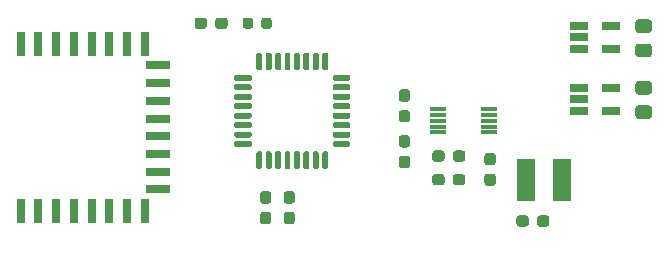
<source format=gbr>
%TF.GenerationSoftware,KiCad,Pcbnew,(5.1.6)-1*%
%TF.CreationDate,2021-07-28T23:36:17+08:00*%
%TF.ProjectId,wireless_measurement_ard,77697265-6c65-4737-935f-6d6561737572,rev?*%
%TF.SameCoordinates,Original*%
%TF.FileFunction,Paste,Top*%
%TF.FilePolarity,Positive*%
%FSLAX46Y46*%
G04 Gerber Fmt 4.6, Leading zero omitted, Abs format (unit mm)*
G04 Created by KiCad (PCBNEW (5.1.6)-1) date 2021-07-28 23:36:17*
%MOMM*%
%LPD*%
G01*
G04 APERTURE LIST*
%ADD10R,1.400000X0.300000*%
%ADD11R,1.500000X3.600000*%
%ADD12R,1.560000X0.650000*%
%ADD13R,2.000000X0.800000*%
%ADD14R,0.800000X2.000000*%
G04 APERTURE END LIST*
D10*
%TO.C,U3*%
X158950000Y-84000000D03*
X158950000Y-84500000D03*
X158950000Y-85000000D03*
X158950000Y-85500000D03*
X158950000Y-86000000D03*
X154550000Y-86000000D03*
X154550000Y-85500000D03*
X154550000Y-85000000D03*
X154550000Y-84500000D03*
X154550000Y-84000000D03*
%TD*%
%TO.C,U6*%
G36*
G01*
X138700000Y-87225000D02*
X137450000Y-87225000D01*
G75*
G02*
X137325000Y-87100000I0J125000D01*
G01*
X137325000Y-86850000D01*
G75*
G02*
X137450000Y-86725000I125000J0D01*
G01*
X138700000Y-86725000D01*
G75*
G02*
X138825000Y-86850000I0J-125000D01*
G01*
X138825000Y-87100000D01*
G75*
G02*
X138700000Y-87225000I-125000J0D01*
G01*
G37*
G36*
G01*
X138700000Y-86425000D02*
X137450000Y-86425000D01*
G75*
G02*
X137325000Y-86300000I0J125000D01*
G01*
X137325000Y-86050000D01*
G75*
G02*
X137450000Y-85925000I125000J0D01*
G01*
X138700000Y-85925000D01*
G75*
G02*
X138825000Y-86050000I0J-125000D01*
G01*
X138825000Y-86300000D01*
G75*
G02*
X138700000Y-86425000I-125000J0D01*
G01*
G37*
G36*
G01*
X138700000Y-85625000D02*
X137450000Y-85625000D01*
G75*
G02*
X137325000Y-85500000I0J125000D01*
G01*
X137325000Y-85250000D01*
G75*
G02*
X137450000Y-85125000I125000J0D01*
G01*
X138700000Y-85125000D01*
G75*
G02*
X138825000Y-85250000I0J-125000D01*
G01*
X138825000Y-85500000D01*
G75*
G02*
X138700000Y-85625000I-125000J0D01*
G01*
G37*
G36*
G01*
X138700000Y-84825000D02*
X137450000Y-84825000D01*
G75*
G02*
X137325000Y-84700000I0J125000D01*
G01*
X137325000Y-84450000D01*
G75*
G02*
X137450000Y-84325000I125000J0D01*
G01*
X138700000Y-84325000D01*
G75*
G02*
X138825000Y-84450000I0J-125000D01*
G01*
X138825000Y-84700000D01*
G75*
G02*
X138700000Y-84825000I-125000J0D01*
G01*
G37*
G36*
G01*
X138700000Y-84025000D02*
X137450000Y-84025000D01*
G75*
G02*
X137325000Y-83900000I0J125000D01*
G01*
X137325000Y-83650000D01*
G75*
G02*
X137450000Y-83525000I125000J0D01*
G01*
X138700000Y-83525000D01*
G75*
G02*
X138825000Y-83650000I0J-125000D01*
G01*
X138825000Y-83900000D01*
G75*
G02*
X138700000Y-84025000I-125000J0D01*
G01*
G37*
G36*
G01*
X138700000Y-83225000D02*
X137450000Y-83225000D01*
G75*
G02*
X137325000Y-83100000I0J125000D01*
G01*
X137325000Y-82850000D01*
G75*
G02*
X137450000Y-82725000I125000J0D01*
G01*
X138700000Y-82725000D01*
G75*
G02*
X138825000Y-82850000I0J-125000D01*
G01*
X138825000Y-83100000D01*
G75*
G02*
X138700000Y-83225000I-125000J0D01*
G01*
G37*
G36*
G01*
X138700000Y-82425000D02*
X137450000Y-82425000D01*
G75*
G02*
X137325000Y-82300000I0J125000D01*
G01*
X137325000Y-82050000D01*
G75*
G02*
X137450000Y-81925000I125000J0D01*
G01*
X138700000Y-81925000D01*
G75*
G02*
X138825000Y-82050000I0J-125000D01*
G01*
X138825000Y-82300000D01*
G75*
G02*
X138700000Y-82425000I-125000J0D01*
G01*
G37*
G36*
G01*
X138700000Y-81625000D02*
X137450000Y-81625000D01*
G75*
G02*
X137325000Y-81500000I0J125000D01*
G01*
X137325000Y-81250000D01*
G75*
G02*
X137450000Y-81125000I125000J0D01*
G01*
X138700000Y-81125000D01*
G75*
G02*
X138825000Y-81250000I0J-125000D01*
G01*
X138825000Y-81500000D01*
G75*
G02*
X138700000Y-81625000I-125000J0D01*
G01*
G37*
G36*
G01*
X139575000Y-80750000D02*
X139325000Y-80750000D01*
G75*
G02*
X139200000Y-80625000I0J125000D01*
G01*
X139200000Y-79375000D01*
G75*
G02*
X139325000Y-79250000I125000J0D01*
G01*
X139575000Y-79250000D01*
G75*
G02*
X139700000Y-79375000I0J-125000D01*
G01*
X139700000Y-80625000D01*
G75*
G02*
X139575000Y-80750000I-125000J0D01*
G01*
G37*
G36*
G01*
X140375000Y-80750000D02*
X140125000Y-80750000D01*
G75*
G02*
X140000000Y-80625000I0J125000D01*
G01*
X140000000Y-79375000D01*
G75*
G02*
X140125000Y-79250000I125000J0D01*
G01*
X140375000Y-79250000D01*
G75*
G02*
X140500000Y-79375000I0J-125000D01*
G01*
X140500000Y-80625000D01*
G75*
G02*
X140375000Y-80750000I-125000J0D01*
G01*
G37*
G36*
G01*
X141175000Y-80750000D02*
X140925000Y-80750000D01*
G75*
G02*
X140800000Y-80625000I0J125000D01*
G01*
X140800000Y-79375000D01*
G75*
G02*
X140925000Y-79250000I125000J0D01*
G01*
X141175000Y-79250000D01*
G75*
G02*
X141300000Y-79375000I0J-125000D01*
G01*
X141300000Y-80625000D01*
G75*
G02*
X141175000Y-80750000I-125000J0D01*
G01*
G37*
G36*
G01*
X141975000Y-80750000D02*
X141725000Y-80750000D01*
G75*
G02*
X141600000Y-80625000I0J125000D01*
G01*
X141600000Y-79375000D01*
G75*
G02*
X141725000Y-79250000I125000J0D01*
G01*
X141975000Y-79250000D01*
G75*
G02*
X142100000Y-79375000I0J-125000D01*
G01*
X142100000Y-80625000D01*
G75*
G02*
X141975000Y-80750000I-125000J0D01*
G01*
G37*
G36*
G01*
X142775000Y-80750000D02*
X142525000Y-80750000D01*
G75*
G02*
X142400000Y-80625000I0J125000D01*
G01*
X142400000Y-79375000D01*
G75*
G02*
X142525000Y-79250000I125000J0D01*
G01*
X142775000Y-79250000D01*
G75*
G02*
X142900000Y-79375000I0J-125000D01*
G01*
X142900000Y-80625000D01*
G75*
G02*
X142775000Y-80750000I-125000J0D01*
G01*
G37*
G36*
G01*
X143575000Y-80750000D02*
X143325000Y-80750000D01*
G75*
G02*
X143200000Y-80625000I0J125000D01*
G01*
X143200000Y-79375000D01*
G75*
G02*
X143325000Y-79250000I125000J0D01*
G01*
X143575000Y-79250000D01*
G75*
G02*
X143700000Y-79375000I0J-125000D01*
G01*
X143700000Y-80625000D01*
G75*
G02*
X143575000Y-80750000I-125000J0D01*
G01*
G37*
G36*
G01*
X144375000Y-80750000D02*
X144125000Y-80750000D01*
G75*
G02*
X144000000Y-80625000I0J125000D01*
G01*
X144000000Y-79375000D01*
G75*
G02*
X144125000Y-79250000I125000J0D01*
G01*
X144375000Y-79250000D01*
G75*
G02*
X144500000Y-79375000I0J-125000D01*
G01*
X144500000Y-80625000D01*
G75*
G02*
X144375000Y-80750000I-125000J0D01*
G01*
G37*
G36*
G01*
X145175000Y-80750000D02*
X144925000Y-80750000D01*
G75*
G02*
X144800000Y-80625000I0J125000D01*
G01*
X144800000Y-79375000D01*
G75*
G02*
X144925000Y-79250000I125000J0D01*
G01*
X145175000Y-79250000D01*
G75*
G02*
X145300000Y-79375000I0J-125000D01*
G01*
X145300000Y-80625000D01*
G75*
G02*
X145175000Y-80750000I-125000J0D01*
G01*
G37*
G36*
G01*
X147050000Y-81625000D02*
X145800000Y-81625000D01*
G75*
G02*
X145675000Y-81500000I0J125000D01*
G01*
X145675000Y-81250000D01*
G75*
G02*
X145800000Y-81125000I125000J0D01*
G01*
X147050000Y-81125000D01*
G75*
G02*
X147175000Y-81250000I0J-125000D01*
G01*
X147175000Y-81500000D01*
G75*
G02*
X147050000Y-81625000I-125000J0D01*
G01*
G37*
G36*
G01*
X147050000Y-82425000D02*
X145800000Y-82425000D01*
G75*
G02*
X145675000Y-82300000I0J125000D01*
G01*
X145675000Y-82050000D01*
G75*
G02*
X145800000Y-81925000I125000J0D01*
G01*
X147050000Y-81925000D01*
G75*
G02*
X147175000Y-82050000I0J-125000D01*
G01*
X147175000Y-82300000D01*
G75*
G02*
X147050000Y-82425000I-125000J0D01*
G01*
G37*
G36*
G01*
X147050000Y-83225000D02*
X145800000Y-83225000D01*
G75*
G02*
X145675000Y-83100000I0J125000D01*
G01*
X145675000Y-82850000D01*
G75*
G02*
X145800000Y-82725000I125000J0D01*
G01*
X147050000Y-82725000D01*
G75*
G02*
X147175000Y-82850000I0J-125000D01*
G01*
X147175000Y-83100000D01*
G75*
G02*
X147050000Y-83225000I-125000J0D01*
G01*
G37*
G36*
G01*
X147050000Y-84025000D02*
X145800000Y-84025000D01*
G75*
G02*
X145675000Y-83900000I0J125000D01*
G01*
X145675000Y-83650000D01*
G75*
G02*
X145800000Y-83525000I125000J0D01*
G01*
X147050000Y-83525000D01*
G75*
G02*
X147175000Y-83650000I0J-125000D01*
G01*
X147175000Y-83900000D01*
G75*
G02*
X147050000Y-84025000I-125000J0D01*
G01*
G37*
G36*
G01*
X147050000Y-84825000D02*
X145800000Y-84825000D01*
G75*
G02*
X145675000Y-84700000I0J125000D01*
G01*
X145675000Y-84450000D01*
G75*
G02*
X145800000Y-84325000I125000J0D01*
G01*
X147050000Y-84325000D01*
G75*
G02*
X147175000Y-84450000I0J-125000D01*
G01*
X147175000Y-84700000D01*
G75*
G02*
X147050000Y-84825000I-125000J0D01*
G01*
G37*
G36*
G01*
X147050000Y-85625000D02*
X145800000Y-85625000D01*
G75*
G02*
X145675000Y-85500000I0J125000D01*
G01*
X145675000Y-85250000D01*
G75*
G02*
X145800000Y-85125000I125000J0D01*
G01*
X147050000Y-85125000D01*
G75*
G02*
X147175000Y-85250000I0J-125000D01*
G01*
X147175000Y-85500000D01*
G75*
G02*
X147050000Y-85625000I-125000J0D01*
G01*
G37*
G36*
G01*
X147050000Y-86425000D02*
X145800000Y-86425000D01*
G75*
G02*
X145675000Y-86300000I0J125000D01*
G01*
X145675000Y-86050000D01*
G75*
G02*
X145800000Y-85925000I125000J0D01*
G01*
X147050000Y-85925000D01*
G75*
G02*
X147175000Y-86050000I0J-125000D01*
G01*
X147175000Y-86300000D01*
G75*
G02*
X147050000Y-86425000I-125000J0D01*
G01*
G37*
G36*
G01*
X147050000Y-87225000D02*
X145800000Y-87225000D01*
G75*
G02*
X145675000Y-87100000I0J125000D01*
G01*
X145675000Y-86850000D01*
G75*
G02*
X145800000Y-86725000I125000J0D01*
G01*
X147050000Y-86725000D01*
G75*
G02*
X147175000Y-86850000I0J-125000D01*
G01*
X147175000Y-87100000D01*
G75*
G02*
X147050000Y-87225000I-125000J0D01*
G01*
G37*
G36*
G01*
X145175000Y-89100000D02*
X144925000Y-89100000D01*
G75*
G02*
X144800000Y-88975000I0J125000D01*
G01*
X144800000Y-87725000D01*
G75*
G02*
X144925000Y-87600000I125000J0D01*
G01*
X145175000Y-87600000D01*
G75*
G02*
X145300000Y-87725000I0J-125000D01*
G01*
X145300000Y-88975000D01*
G75*
G02*
X145175000Y-89100000I-125000J0D01*
G01*
G37*
G36*
G01*
X144375000Y-89100000D02*
X144125000Y-89100000D01*
G75*
G02*
X144000000Y-88975000I0J125000D01*
G01*
X144000000Y-87725000D01*
G75*
G02*
X144125000Y-87600000I125000J0D01*
G01*
X144375000Y-87600000D01*
G75*
G02*
X144500000Y-87725000I0J-125000D01*
G01*
X144500000Y-88975000D01*
G75*
G02*
X144375000Y-89100000I-125000J0D01*
G01*
G37*
G36*
G01*
X143575000Y-89100000D02*
X143325000Y-89100000D01*
G75*
G02*
X143200000Y-88975000I0J125000D01*
G01*
X143200000Y-87725000D01*
G75*
G02*
X143325000Y-87600000I125000J0D01*
G01*
X143575000Y-87600000D01*
G75*
G02*
X143700000Y-87725000I0J-125000D01*
G01*
X143700000Y-88975000D01*
G75*
G02*
X143575000Y-89100000I-125000J0D01*
G01*
G37*
G36*
G01*
X142775000Y-89100000D02*
X142525000Y-89100000D01*
G75*
G02*
X142400000Y-88975000I0J125000D01*
G01*
X142400000Y-87725000D01*
G75*
G02*
X142525000Y-87600000I125000J0D01*
G01*
X142775000Y-87600000D01*
G75*
G02*
X142900000Y-87725000I0J-125000D01*
G01*
X142900000Y-88975000D01*
G75*
G02*
X142775000Y-89100000I-125000J0D01*
G01*
G37*
G36*
G01*
X141975000Y-89100000D02*
X141725000Y-89100000D01*
G75*
G02*
X141600000Y-88975000I0J125000D01*
G01*
X141600000Y-87725000D01*
G75*
G02*
X141725000Y-87600000I125000J0D01*
G01*
X141975000Y-87600000D01*
G75*
G02*
X142100000Y-87725000I0J-125000D01*
G01*
X142100000Y-88975000D01*
G75*
G02*
X141975000Y-89100000I-125000J0D01*
G01*
G37*
G36*
G01*
X141175000Y-89100000D02*
X140925000Y-89100000D01*
G75*
G02*
X140800000Y-88975000I0J125000D01*
G01*
X140800000Y-87725000D01*
G75*
G02*
X140925000Y-87600000I125000J0D01*
G01*
X141175000Y-87600000D01*
G75*
G02*
X141300000Y-87725000I0J-125000D01*
G01*
X141300000Y-88975000D01*
G75*
G02*
X141175000Y-89100000I-125000J0D01*
G01*
G37*
G36*
G01*
X140375000Y-89100000D02*
X140125000Y-89100000D01*
G75*
G02*
X140000000Y-88975000I0J125000D01*
G01*
X140000000Y-87725000D01*
G75*
G02*
X140125000Y-87600000I125000J0D01*
G01*
X140375000Y-87600000D01*
G75*
G02*
X140500000Y-87725000I0J-125000D01*
G01*
X140500000Y-88975000D01*
G75*
G02*
X140375000Y-89100000I-125000J0D01*
G01*
G37*
G36*
G01*
X139575000Y-89100000D02*
X139325000Y-89100000D01*
G75*
G02*
X139200000Y-88975000I0J125000D01*
G01*
X139200000Y-87725000D01*
G75*
G02*
X139325000Y-87600000I125000J0D01*
G01*
X139575000Y-87600000D01*
G75*
G02*
X139700000Y-87725000I0J-125000D01*
G01*
X139700000Y-88975000D01*
G75*
G02*
X139575000Y-89100000I-125000J0D01*
G01*
G37*
%TD*%
%TO.C,C6*%
G36*
G01*
X141762500Y-92725000D02*
X142237500Y-92725000D01*
G75*
G02*
X142475000Y-92962500I0J-237500D01*
G01*
X142475000Y-93537500D01*
G75*
G02*
X142237500Y-93775000I-237500J0D01*
G01*
X141762500Y-93775000D01*
G75*
G02*
X141525000Y-93537500I0J237500D01*
G01*
X141525000Y-92962500D01*
G75*
G02*
X141762500Y-92725000I237500J0D01*
G01*
G37*
G36*
G01*
X141762500Y-90975000D02*
X142237500Y-90975000D01*
G75*
G02*
X142475000Y-91212500I0J-237500D01*
G01*
X142475000Y-91787500D01*
G75*
G02*
X142237500Y-92025000I-237500J0D01*
G01*
X141762500Y-92025000D01*
G75*
G02*
X141525000Y-91787500I0J237500D01*
G01*
X141525000Y-91212500D01*
G75*
G02*
X141762500Y-90975000I237500J0D01*
G01*
G37*
%TD*%
%TO.C,C5*%
G36*
G01*
X139762500Y-92725000D02*
X140237500Y-92725000D01*
G75*
G02*
X140475000Y-92962500I0J-237500D01*
G01*
X140475000Y-93537500D01*
G75*
G02*
X140237500Y-93775000I-237500J0D01*
G01*
X139762500Y-93775000D01*
G75*
G02*
X139525000Y-93537500I0J237500D01*
G01*
X139525000Y-92962500D01*
G75*
G02*
X139762500Y-92725000I237500J0D01*
G01*
G37*
G36*
G01*
X139762500Y-90975000D02*
X140237500Y-90975000D01*
G75*
G02*
X140475000Y-91212500I0J-237500D01*
G01*
X140475000Y-91787500D01*
G75*
G02*
X140237500Y-92025000I-237500J0D01*
G01*
X139762500Y-92025000D01*
G75*
G02*
X139525000Y-91787500I0J237500D01*
G01*
X139525000Y-91212500D01*
G75*
G02*
X139762500Y-90975000I237500J0D01*
G01*
G37*
%TD*%
%TO.C,R5*%
G36*
G01*
X151512500Y-84100000D02*
X151987500Y-84100000D01*
G75*
G02*
X152225000Y-84337500I0J-237500D01*
G01*
X152225000Y-84912500D01*
G75*
G02*
X151987500Y-85150000I-237500J0D01*
G01*
X151512500Y-85150000D01*
G75*
G02*
X151275000Y-84912500I0J237500D01*
G01*
X151275000Y-84337500D01*
G75*
G02*
X151512500Y-84100000I237500J0D01*
G01*
G37*
G36*
G01*
X151512500Y-82350000D02*
X151987500Y-82350000D01*
G75*
G02*
X152225000Y-82587500I0J-237500D01*
G01*
X152225000Y-83162500D01*
G75*
G02*
X151987500Y-83400000I-237500J0D01*
G01*
X151512500Y-83400000D01*
G75*
G02*
X151275000Y-83162500I0J237500D01*
G01*
X151275000Y-82587500D01*
G75*
G02*
X151512500Y-82350000I237500J0D01*
G01*
G37*
%TD*%
%TO.C,R4*%
G36*
G01*
X151512500Y-87975000D02*
X151987500Y-87975000D01*
G75*
G02*
X152225000Y-88212500I0J-237500D01*
G01*
X152225000Y-88787500D01*
G75*
G02*
X151987500Y-89025000I-237500J0D01*
G01*
X151512500Y-89025000D01*
G75*
G02*
X151275000Y-88787500I0J237500D01*
G01*
X151275000Y-88212500D01*
G75*
G02*
X151512500Y-87975000I237500J0D01*
G01*
G37*
G36*
G01*
X151512500Y-86225000D02*
X151987500Y-86225000D01*
G75*
G02*
X152225000Y-86462500I0J-237500D01*
G01*
X152225000Y-87037500D01*
G75*
G02*
X151987500Y-87275000I-237500J0D01*
G01*
X151512500Y-87275000D01*
G75*
G02*
X151275000Y-87037500I0J237500D01*
G01*
X151275000Y-86462500D01*
G75*
G02*
X151512500Y-86225000I237500J0D01*
G01*
G37*
%TD*%
D11*
%TO.C,L1*%
X165050000Y-90000000D03*
X162000000Y-90000000D03*
%TD*%
%TO.C,C3*%
G36*
G01*
X162975000Y-93737500D02*
X162975000Y-93262500D01*
G75*
G02*
X163212500Y-93025000I237500J0D01*
G01*
X163787500Y-93025000D01*
G75*
G02*
X164025000Y-93262500I0J-237500D01*
G01*
X164025000Y-93737500D01*
G75*
G02*
X163787500Y-93975000I-237500J0D01*
G01*
X163212500Y-93975000D01*
G75*
G02*
X162975000Y-93737500I0J237500D01*
G01*
G37*
G36*
G01*
X161225000Y-93737500D02*
X161225000Y-93262500D01*
G75*
G02*
X161462500Y-93025000I237500J0D01*
G01*
X162037500Y-93025000D01*
G75*
G02*
X162275000Y-93262500I0J-237500D01*
G01*
X162275000Y-93737500D01*
G75*
G02*
X162037500Y-93975000I-237500J0D01*
G01*
X161462500Y-93975000D01*
G75*
G02*
X161225000Y-93737500I0J237500D01*
G01*
G37*
%TD*%
%TO.C,C2*%
G36*
G01*
X155850000Y-90237500D02*
X155850000Y-89762500D01*
G75*
G02*
X156087500Y-89525000I237500J0D01*
G01*
X156662500Y-89525000D01*
G75*
G02*
X156900000Y-89762500I0J-237500D01*
G01*
X156900000Y-90237500D01*
G75*
G02*
X156662500Y-90475000I-237500J0D01*
G01*
X156087500Y-90475000D01*
G75*
G02*
X155850000Y-90237500I0J237500D01*
G01*
G37*
G36*
G01*
X154100000Y-90237500D02*
X154100000Y-89762500D01*
G75*
G02*
X154337500Y-89525000I237500J0D01*
G01*
X154912500Y-89525000D01*
G75*
G02*
X155150000Y-89762500I0J-237500D01*
G01*
X155150000Y-90237500D01*
G75*
G02*
X154912500Y-90475000I-237500J0D01*
G01*
X154337500Y-90475000D01*
G75*
G02*
X154100000Y-90237500I0J237500D01*
G01*
G37*
%TD*%
%TO.C,C4*%
G36*
G01*
X159237500Y-88775000D02*
X158762500Y-88775000D01*
G75*
G02*
X158525000Y-88537500I0J237500D01*
G01*
X158525000Y-87962500D01*
G75*
G02*
X158762500Y-87725000I237500J0D01*
G01*
X159237500Y-87725000D01*
G75*
G02*
X159475000Y-87962500I0J-237500D01*
G01*
X159475000Y-88537500D01*
G75*
G02*
X159237500Y-88775000I-237500J0D01*
G01*
G37*
G36*
G01*
X159237500Y-90525000D02*
X158762500Y-90525000D01*
G75*
G02*
X158525000Y-90287500I0J237500D01*
G01*
X158525000Y-89712500D01*
G75*
G02*
X158762500Y-89475000I237500J0D01*
G01*
X159237500Y-89475000D01*
G75*
G02*
X159475000Y-89712500I0J-237500D01*
G01*
X159475000Y-90287500D01*
G75*
G02*
X159237500Y-90525000I-237500J0D01*
G01*
G37*
%TD*%
%TO.C,C1*%
G36*
G01*
X155850000Y-88237500D02*
X155850000Y-87762500D01*
G75*
G02*
X156087500Y-87525000I237500J0D01*
G01*
X156662500Y-87525000D01*
G75*
G02*
X156900000Y-87762500I0J-237500D01*
G01*
X156900000Y-88237500D01*
G75*
G02*
X156662500Y-88475000I-237500J0D01*
G01*
X156087500Y-88475000D01*
G75*
G02*
X155850000Y-88237500I0J237500D01*
G01*
G37*
G36*
G01*
X154100000Y-88237500D02*
X154100000Y-87762500D01*
G75*
G02*
X154337500Y-87525000I237500J0D01*
G01*
X154912500Y-87525000D01*
G75*
G02*
X155150000Y-87762500I0J-237500D01*
G01*
X155150000Y-88237500D01*
G75*
G02*
X154912500Y-88475000I-237500J0D01*
G01*
X154337500Y-88475000D01*
G75*
G02*
X154100000Y-88237500I0J237500D01*
G01*
G37*
%TD*%
D12*
%TO.C,U5*%
X169250000Y-82250000D03*
X169250000Y-84150000D03*
X166550000Y-84150000D03*
X166550000Y-83200000D03*
X166550000Y-82250000D03*
%TD*%
%TO.C,U4*%
X169250000Y-77000000D03*
X169250000Y-78900000D03*
X166550000Y-78900000D03*
X166550000Y-77950000D03*
X166550000Y-77000000D03*
%TD*%
D13*
%TO.C,U2*%
X130862800Y-80322600D03*
X130862800Y-81822600D03*
X130862800Y-83322600D03*
X130862800Y-84822600D03*
X130862800Y-86322600D03*
X130862800Y-87822600D03*
X130862800Y-89322600D03*
D14*
X129762800Y-92642600D03*
X129762800Y-78502600D03*
X128262800Y-78502600D03*
X128262800Y-92642600D03*
X126762800Y-92642600D03*
X126762800Y-78502600D03*
X125262800Y-78502600D03*
X125262800Y-92642600D03*
X123762800Y-92642600D03*
X123762800Y-78502600D03*
X122262800Y-78502600D03*
X122262800Y-92642600D03*
X120762800Y-92642600D03*
X120762800Y-78502600D03*
X119262800Y-78502600D03*
D13*
X130862800Y-90822600D03*
D14*
X119262800Y-92642600D03*
%TD*%
%TO.C,R2*%
G36*
G01*
X171549999Y-78475000D02*
X172450001Y-78475000D01*
G75*
G02*
X172700000Y-78724999I0J-249999D01*
G01*
X172700000Y-79375001D01*
G75*
G02*
X172450001Y-79625000I-249999J0D01*
G01*
X171549999Y-79625000D01*
G75*
G02*
X171300000Y-79375001I0J249999D01*
G01*
X171300000Y-78724999D01*
G75*
G02*
X171549999Y-78475000I249999J0D01*
G01*
G37*
G36*
G01*
X171549999Y-76425000D02*
X172450001Y-76425000D01*
G75*
G02*
X172700000Y-76674999I0J-249999D01*
G01*
X172700000Y-77325001D01*
G75*
G02*
X172450001Y-77575000I-249999J0D01*
G01*
X171549999Y-77575000D01*
G75*
G02*
X171300000Y-77325001I0J249999D01*
G01*
X171300000Y-76674999D01*
G75*
G02*
X171549999Y-76425000I249999J0D01*
G01*
G37*
%TD*%
%TO.C,R1*%
G36*
G01*
X171549999Y-83700000D02*
X172450001Y-83700000D01*
G75*
G02*
X172700000Y-83949999I0J-249999D01*
G01*
X172700000Y-84600001D01*
G75*
G02*
X172450001Y-84850000I-249999J0D01*
G01*
X171549999Y-84850000D01*
G75*
G02*
X171300000Y-84600001I0J249999D01*
G01*
X171300000Y-83949999D01*
G75*
G02*
X171549999Y-83700000I249999J0D01*
G01*
G37*
G36*
G01*
X171549999Y-81650000D02*
X172450001Y-81650000D01*
G75*
G02*
X172700000Y-81899999I0J-249999D01*
G01*
X172700000Y-82550001D01*
G75*
G02*
X172450001Y-82800000I-249999J0D01*
G01*
X171549999Y-82800000D01*
G75*
G02*
X171300000Y-82550001I0J249999D01*
G01*
X171300000Y-81899999D01*
G75*
G02*
X171549999Y-81650000I249999J0D01*
G01*
G37*
%TD*%
%TO.C,D1*%
G36*
G01*
X138062500Y-77006250D02*
X138062500Y-76493750D01*
G75*
G02*
X138281250Y-76275000I218750J0D01*
G01*
X138718750Y-76275000D01*
G75*
G02*
X138937500Y-76493750I0J-218750D01*
G01*
X138937500Y-77006250D01*
G75*
G02*
X138718750Y-77225000I-218750J0D01*
G01*
X138281250Y-77225000D01*
G75*
G02*
X138062500Y-77006250I0J218750D01*
G01*
G37*
G36*
G01*
X139637500Y-77006250D02*
X139637500Y-76493750D01*
G75*
G02*
X139856250Y-76275000I218750J0D01*
G01*
X140293750Y-76275000D01*
G75*
G02*
X140512500Y-76493750I0J-218750D01*
G01*
X140512500Y-77006250D01*
G75*
G02*
X140293750Y-77225000I-218750J0D01*
G01*
X139856250Y-77225000D01*
G75*
G02*
X139637500Y-77006250I0J218750D01*
G01*
G37*
%TD*%
%TO.C,R3*%
G36*
G01*
X136775000Y-76512500D02*
X136775000Y-76987500D01*
G75*
G02*
X136537500Y-77225000I-237500J0D01*
G01*
X135962500Y-77225000D01*
G75*
G02*
X135725000Y-76987500I0J237500D01*
G01*
X135725000Y-76512500D01*
G75*
G02*
X135962500Y-76275000I237500J0D01*
G01*
X136537500Y-76275000D01*
G75*
G02*
X136775000Y-76512500I0J-237500D01*
G01*
G37*
G36*
G01*
X135025000Y-76512500D02*
X135025000Y-76987500D01*
G75*
G02*
X134787500Y-77225000I-237500J0D01*
G01*
X134212500Y-77225000D01*
G75*
G02*
X133975000Y-76987500I0J237500D01*
G01*
X133975000Y-76512500D01*
G75*
G02*
X134212500Y-76275000I237500J0D01*
G01*
X134787500Y-76275000D01*
G75*
G02*
X135025000Y-76512500I0J-237500D01*
G01*
G37*
%TD*%
M02*

</source>
